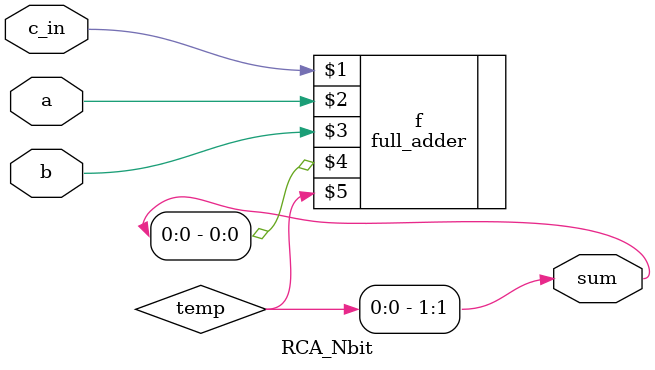
<source format=v>
`timescale 1ns / 1ps


module RCA_Nbit #(parameter n=1) (c_in, a, b, sum);
    input [n-1:0] a;
    input [n-1:0] b;
    input c_in;
    output [n:0] sum; 
    
    wire [n-1:0] temp;

    genvar i;
    generate
        full_adder f(c_in, a[0], b[0], sum[0], temp[0]);
        for (i = 1; i < n; i = i+1) begin
            full_adder fi(.c_in(temp[i-1]), .a(a[i]), .b(b[i]), .sum(sum[i]), .c_out(temp[i]));
            //full_adder fi(.c_in(0), .a(1), .b(0), .sum(sum[i]), .c_out(temp[i]));
        end
        assign sum[n] = temp[n-1];
    
    endgenerate
endmodule

</source>
